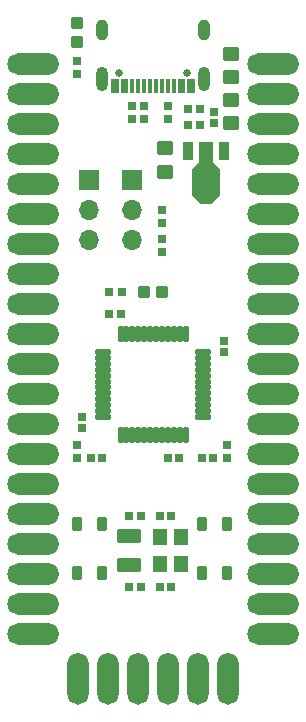
<source format=gbr>
%TF.GenerationSoftware,KiCad,Pcbnew,9.0.0*%
%TF.CreationDate,2025-04-02T16:35:11+02:00*%
%TF.ProjectId,stm32f103-core-board,73746d33-3266-4313-9033-2d636f72652d,1*%
%TF.SameCoordinates,Original*%
%TF.FileFunction,Soldermask,Top*%
%TF.FilePolarity,Negative*%
%FSLAX46Y46*%
G04 Gerber Fmt 4.6, Leading zero omitted, Abs format (unit mm)*
G04 Created by KiCad (PCBNEW 9.0.0) date 2025-04-02 16:35:11*
%MOMM*%
%LPD*%
G01*
G04 APERTURE LIST*
G04 Aperture macros list*
%AMRoundRect*
0 Rectangle with rounded corners*
0 $1 Rounding radius*
0 $2 $3 $4 $5 $6 $7 $8 $9 X,Y pos of 4 corners*
0 Add a 4 corners polygon primitive as box body*
4,1,4,$2,$3,$4,$5,$6,$7,$8,$9,$2,$3,0*
0 Add four circle primitives for the rounded corners*
1,1,$1+$1,$2,$3*
1,1,$1+$1,$4,$5*
1,1,$1+$1,$6,$7*
1,1,$1+$1,$8,$9*
0 Add four rect primitives between the rounded corners*
20,1,$1+$1,$2,$3,$4,$5,0*
20,1,$1+$1,$4,$5,$6,$7,0*
20,1,$1+$1,$6,$7,$8,$9,0*
20,1,$1+$1,$8,$9,$2,$3,0*%
%AMFreePoly0*
4,1,43,0.009881,0.905907,0.083315,0.905907,0.095021,0.904754,0.258448,0.872246,0.269703,0.868832,0.423648,0.805066,0.434021,0.799521,0.572568,0.706947,0.581660,0.699485,0.699485,0.581660,0.706947,0.572568,0.799521,0.434021,0.805066,0.423648,0.868832,0.269703,0.872246,0.258448,0.904754,0.095021,0.905907,0.083315,0.905907,-0.083315,0.904754,-0.095021,0.872246,-0.258448,
0.868832,-0.269703,0.805066,-0.423648,0.799521,-0.434021,0.706947,-0.572568,0.699485,-0.581660,0.581660,-0.699485,0.572568,-0.706947,0.434021,-0.799521,0.423648,-0.805066,0.269703,-0.868832,0.258448,-0.872246,0.095021,-0.904754,0.083315,-0.905907,0.009881,-0.905907,0.000000,-0.910000,-2.540000,-0.910000,-2.582426,-0.892426,-2.600000,-0.850000,-2.600000,0.850000,-2.582426,0.892426,
-2.540000,0.910000,0.000000,0.910000,0.009881,0.905907,0.009881,0.905907,$1*%
%AMFreePoly1*
4,1,21,0.542426,4.442426,1.142426,3.842426,1.160000,3.800000,1.160000,1.600000,1.142426,1.557574,0.560000,0.975148,0.560000,-0.700000,0.542426,-0.742426,0.500000,-0.760000,-0.500000,-0.760000,-0.542426,-0.742426,-0.560000,-0.700000,-0.560000,0.975148,-1.142426,1.557574,-1.160000,1.600000,-1.160000,3.800000,-1.142426,3.842426,-0.542426,4.442426,-0.500000,4.460000,0.500000,4.460000,
0.542426,4.442426,0.542426,4.442426,$1*%
G04 Aperture macros list end*
%ADD10RoundRect,0.080000X0.400000X0.400000X-0.400000X0.400000X-0.400000X-0.400000X0.400000X-0.400000X0*%
%ADD11RoundRect,0.060000X0.950000X-0.550000X0.950000X0.550000X-0.950000X0.550000X-0.950000X-0.550000X0*%
%ADD12RoundRect,0.080000X-0.275000X-0.250000X0.275000X-0.250000X0.275000X0.250000X-0.275000X0.250000X0*%
%ADD13RoundRect,0.080000X0.275000X0.250000X-0.275000X0.250000X-0.275000X-0.250000X0.275000X-0.250000X0*%
%ADD14RoundRect,0.060000X0.325000X-0.525000X0.325000X0.525000X-0.325000X0.525000X-0.325000X-0.525000X0*%
%ADD15RoundRect,0.080000X-0.250000X0.275000X-0.250000X-0.275000X0.250000X-0.275000X0.250000X0.275000X0*%
%ADD16RoundRect,0.080000X0.250000X-0.300000X0.250000X0.300000X-0.250000X0.300000X-0.250000X-0.300000X0*%
%ADD17RoundRect,0.080000X0.600000X-0.500000X0.600000X0.500000X-0.600000X0.500000X-0.600000X-0.500000X0*%
%ADD18RoundRect,0.060000X0.550000X-0.650000X0.550000X0.650000X-0.550000X0.650000X-0.550000X-0.650000X0*%
%ADD19O,1.700000X1.700000*%
%ADD20R,1.700000X1.700000*%
%ADD21FreePoly0,0.000000*%
%ADD22C,1.820000*%
%ADD23RoundRect,0.080000X-0.250000X0.300000X-0.250000X-0.300000X0.250000X-0.300000X0.250000X0.300000X0*%
%ADD24RoundRect,0.080000X-0.400000X0.400000X-0.400000X-0.400000X0.400000X-0.400000X0.400000X0.400000X0*%
%ADD25RoundRect,0.080000X0.600000X-0.150000X0.600000X0.150000X-0.600000X0.150000X-0.600000X-0.150000X0*%
%ADD26RoundRect,0.080000X-0.150000X-0.600000X0.150000X-0.600000X0.150000X0.600000X-0.150000X0.600000X0*%
%ADD27O,1.000000X1.800000*%
%ADD28O,1.000000X2.100000*%
%ADD29R,0.300000X1.150000*%
%ADD30C,0.650000*%
%ADD31FreePoly0,90.000000*%
%ADD32RoundRect,0.080000X0.250000X-0.275000X0.250000X0.275000X-0.250000X0.275000X-0.250000X-0.275000X0*%
%ADD33RoundRect,0.080000X-0.600000X0.500000X-0.600000X-0.500000X0.600000X-0.500000X0.600000X0.500000X0*%
%ADD34RoundRect,0.080000X0.300000X0.250000X-0.300000X0.250000X-0.300000X-0.250000X0.300000X-0.250000X0*%
%ADD35RoundRect,0.060000X0.400000X0.700000X-0.400000X0.700000X-0.400000X-0.700000X0.400000X-0.700000X0*%
%ADD36FreePoly1,180.000000*%
G04 APERTURE END LIST*
D10*
%TO.C,LED2*%
X149200001Y-95200000D03*
X150799999Y-95200000D03*
%TD*%
D11*
%TO.C,X2*%
X148000000Y-118287500D03*
X148000000Y-115787502D03*
%TD*%
D12*
%TO.C,C10*%
X151550000Y-120125000D03*
X150600000Y-120125000D03*
%TD*%
D13*
%TO.C,C18*%
X144725000Y-109250000D03*
X145675000Y-109250000D03*
%TD*%
D14*
%TO.C,SW1*%
X156275000Y-114850000D03*
X156275000Y-119000000D03*
X154125000Y-114850000D03*
X154125000Y-119000000D03*
%TD*%
D13*
%TO.C,C11*%
X148000000Y-114125000D03*
X148950000Y-114125000D03*
%TD*%
D15*
%TO.C,C6*%
X155200000Y-80875000D03*
X155200000Y-79925000D03*
%TD*%
D13*
%TO.C,C5*%
X153000000Y-81000000D03*
X153950000Y-81000000D03*
%TD*%
D16*
%TO.C,R1*%
X149250000Y-79400000D03*
X149250000Y-80500000D03*
%TD*%
D17*
%TO.C,C2*%
X156600000Y-75000000D03*
X156600000Y-77000000D03*
%TD*%
D18*
%TO.C,X1*%
X152400000Y-115912500D03*
X152400000Y-118212500D03*
X150600000Y-118212500D03*
X150600000Y-115912500D03*
%TD*%
D13*
%TO.C,C9*%
X150600000Y-114125000D03*
X151550000Y-114125000D03*
%TD*%
D16*
%TO.C,R4*%
X150800000Y-88250000D03*
X150800000Y-89350000D03*
%TD*%
D19*
%TO.C,J1*%
X144600000Y-90800000D03*
X144600000Y-88260001D03*
D20*
X144600000Y-85720001D03*
%TD*%
D13*
%TO.C,C3*%
X153000000Y-79670000D03*
X153950000Y-79670000D03*
%TD*%
D16*
%TO.C,R3*%
X150800000Y-90650000D03*
X150800000Y-91750000D03*
%TD*%
D21*
%TO.C,J5*%
X161430000Y-124130000D03*
D22*
X158890000Y-124130000D03*
D21*
X161430000Y-121590000D03*
D22*
X158890000Y-121590000D03*
D21*
X161430000Y-119050000D03*
D22*
X158890000Y-119050000D03*
D21*
X161430000Y-116510001D03*
D22*
X158890000Y-116510000D03*
D21*
X161430000Y-113969999D03*
D22*
X158890000Y-113970000D03*
D21*
X161430000Y-111430000D03*
D22*
X158890000Y-111430000D03*
D21*
X161430000Y-108890000D03*
D22*
X158890000Y-108890000D03*
D21*
X161430000Y-106350000D03*
D22*
X158890000Y-106350000D03*
D21*
X161430000Y-103809999D03*
D22*
X158890000Y-103810000D03*
D21*
X161430000Y-101270000D03*
D22*
X158890000Y-101270000D03*
D21*
X161430000Y-98730000D03*
D22*
X158890000Y-98730000D03*
D21*
X161430000Y-96190000D03*
D22*
X158890000Y-96190000D03*
D21*
X161430000Y-93650001D03*
D22*
X158890000Y-93650000D03*
D21*
X161430000Y-91110000D03*
D22*
X158890000Y-91110000D03*
D21*
X161430000Y-88570000D03*
D22*
X158890000Y-88570000D03*
D21*
X161430000Y-86030000D03*
D22*
X158890000Y-86030000D03*
D21*
X161430000Y-83490000D03*
D22*
X158890000Y-83490000D03*
D21*
X161430000Y-80949999D03*
D22*
X158890000Y-80950000D03*
D21*
X161430000Y-78410000D03*
D22*
X158890000Y-78410000D03*
D21*
X161430000Y-75870000D03*
D22*
X158890000Y-75870000D03*
%TD*%
D17*
%TO.C,C4*%
X151000000Y-83000000D03*
X151000000Y-85000000D03*
%TD*%
D23*
%TO.C,R10*%
X143525000Y-109250000D03*
X143525000Y-108150000D03*
%TD*%
D16*
%TO.C,R5*%
X151249999Y-79400000D03*
X151249999Y-80500000D03*
%TD*%
D19*
%TO.C,J2*%
X148200000Y-90800000D03*
X148200000Y-88260001D03*
D20*
X148200000Y-85720001D03*
%TD*%
D16*
%TO.C,R2*%
X143600000Y-75650000D03*
X143600000Y-76750000D03*
%TD*%
%TO.C,R6*%
X148250000Y-79400000D03*
X148250000Y-80500000D03*
%TD*%
D14*
%TO.C,SW2*%
X145675000Y-114850000D03*
X145675000Y-119000000D03*
X143525000Y-114850000D03*
X143525000Y-119000000D03*
%TD*%
D24*
%TO.C,LED1*%
X143600000Y-73999999D03*
X143600000Y-72400001D03*
%TD*%
D13*
%TO.C,C14*%
X151250000Y-109250000D03*
X152200000Y-109250000D03*
%TD*%
D21*
%TO.C,J4*%
X141110000Y-124130000D03*
D22*
X138570000Y-124130000D03*
D21*
X141110000Y-121590000D03*
D22*
X138570000Y-121590000D03*
D21*
X141110000Y-119050000D03*
D22*
X138570000Y-119050000D03*
D21*
X141110000Y-116510001D03*
D22*
X138570000Y-116510000D03*
D21*
X141110000Y-113969999D03*
D22*
X138570000Y-113970000D03*
D21*
X141110000Y-111430000D03*
D22*
X138570000Y-111430000D03*
D21*
X141110000Y-108890000D03*
D22*
X138570000Y-108890000D03*
D21*
X141110000Y-106350000D03*
D22*
X138570000Y-106350000D03*
D21*
X141110000Y-103809999D03*
D22*
X138570000Y-103810000D03*
D21*
X141110000Y-101270000D03*
D22*
X138570000Y-101270000D03*
D21*
X141110000Y-98730000D03*
D22*
X138570000Y-98730000D03*
D21*
X141110000Y-96190000D03*
D22*
X138570000Y-96190000D03*
D21*
X141110000Y-93650001D03*
D22*
X138570000Y-93650000D03*
D21*
X141110000Y-91110000D03*
D22*
X138570000Y-91110000D03*
D21*
X141110000Y-88570000D03*
D22*
X138570000Y-88570000D03*
D21*
X141110000Y-86030000D03*
D22*
X138570000Y-86030000D03*
D21*
X141110000Y-83490000D03*
D22*
X138570000Y-83490000D03*
D21*
X141110000Y-80949999D03*
D22*
X138570000Y-80950000D03*
D21*
X141110000Y-78410000D03*
D22*
X138570000Y-78410000D03*
D21*
X141110000Y-75870000D03*
D22*
X138570000Y-75870000D03*
%TD*%
D25*
%TO.C,U2*%
X145750000Y-105750000D03*
X145750000Y-105250000D03*
X145750000Y-104750000D03*
X145750000Y-104250000D03*
X145750000Y-103750000D03*
X145750000Y-103250000D03*
X145750000Y-102750000D03*
X145750000Y-102250000D03*
X145750000Y-101750000D03*
X145750000Y-101250000D03*
X145750000Y-100750000D03*
X145750000Y-100250000D03*
D26*
X147250000Y-98750000D03*
X147750000Y-98750000D03*
X148250000Y-98750000D03*
X148750000Y-98750000D03*
X149250000Y-98750000D03*
X149750000Y-98750000D03*
X150250000Y-98750000D03*
X150750000Y-98750000D03*
X151250000Y-98750000D03*
X151750000Y-98750000D03*
X152250000Y-98750000D03*
X152750000Y-98750000D03*
D25*
X154250000Y-100250000D03*
X154250000Y-100750000D03*
X154250000Y-101250000D03*
X154250000Y-101750000D03*
X154250000Y-102250000D03*
X154250000Y-102750000D03*
X154250000Y-103250000D03*
X154250000Y-103750000D03*
X154250000Y-104250000D03*
X154250000Y-104750000D03*
X154250000Y-105250000D03*
X154250000Y-105750000D03*
D26*
X152750000Y-107250000D03*
X152250000Y-107250000D03*
X151750000Y-107250000D03*
X151250000Y-107250000D03*
X150750000Y-107250000D03*
X150250000Y-107250000D03*
X149750000Y-107250000D03*
X149250000Y-107250000D03*
X148750000Y-107250000D03*
X148250000Y-107250000D03*
X147750000Y-107250000D03*
X147250000Y-107250000D03*
%TD*%
D27*
%TO.C,CN1*%
X154320000Y-72975000D03*
X145680000Y-72975000D03*
D28*
X145680000Y-77155000D03*
X154320000Y-77155000D03*
D29*
X153050000Y-77730000D03*
X152250000Y-77730000D03*
X151750000Y-77730000D03*
X150750000Y-77730000D03*
X149250000Y-77730000D03*
X148250000Y-77730000D03*
X147750000Y-77730000D03*
X146950000Y-77730000D03*
X146650000Y-77730000D03*
X147450000Y-77730000D03*
X148750001Y-77730000D03*
X149750000Y-77730000D03*
X150250000Y-77730000D03*
X151249999Y-77730000D03*
X152550000Y-77730000D03*
X153350000Y-77730000D03*
D30*
X147110000Y-76655000D03*
X152890000Y-76655000D03*
%TD*%
D31*
%TO.C,J3*%
X156350000Y-126670000D03*
D22*
X156350000Y-129210000D03*
D31*
X153810000Y-126670000D03*
D22*
X153810000Y-129210000D03*
D31*
X151270000Y-126670000D03*
D22*
X151270000Y-129210000D03*
D31*
X148729999Y-126670000D03*
D22*
X148730000Y-129210000D03*
D31*
X146190000Y-126670000D03*
D22*
X146190000Y-129210000D03*
D31*
X143650000Y-126670000D03*
D22*
X143650000Y-129210000D03*
%TD*%
D12*
%TO.C,C16*%
X147250000Y-97000000D03*
X146300000Y-97000000D03*
%TD*%
%TO.C,C13*%
X155075000Y-109250000D03*
X154125000Y-109250000D03*
%TD*%
D13*
%TO.C,C12*%
X148000000Y-120125000D03*
X148950000Y-120125000D03*
%TD*%
D32*
%TO.C,C17*%
X144000000Y-105750000D03*
X144000000Y-106700000D03*
%TD*%
D23*
%TO.C,R9*%
X156275000Y-109250000D03*
X156275000Y-108150000D03*
%TD*%
D33*
%TO.C,C7*%
X156600000Y-80875000D03*
X156600000Y-78875000D03*
%TD*%
D34*
%TO.C,R8*%
X146250000Y-95200000D03*
X147350000Y-95200000D03*
%TD*%
D35*
%TO.C,U1*%
X153000000Y-83200000D03*
D36*
X154500000Y-83200000D03*
D35*
X156000000Y-83200000D03*
%TD*%
D15*
%TO.C,C15*%
X156000000Y-100250000D03*
X156000000Y-99300000D03*
%TD*%
M02*

</source>
